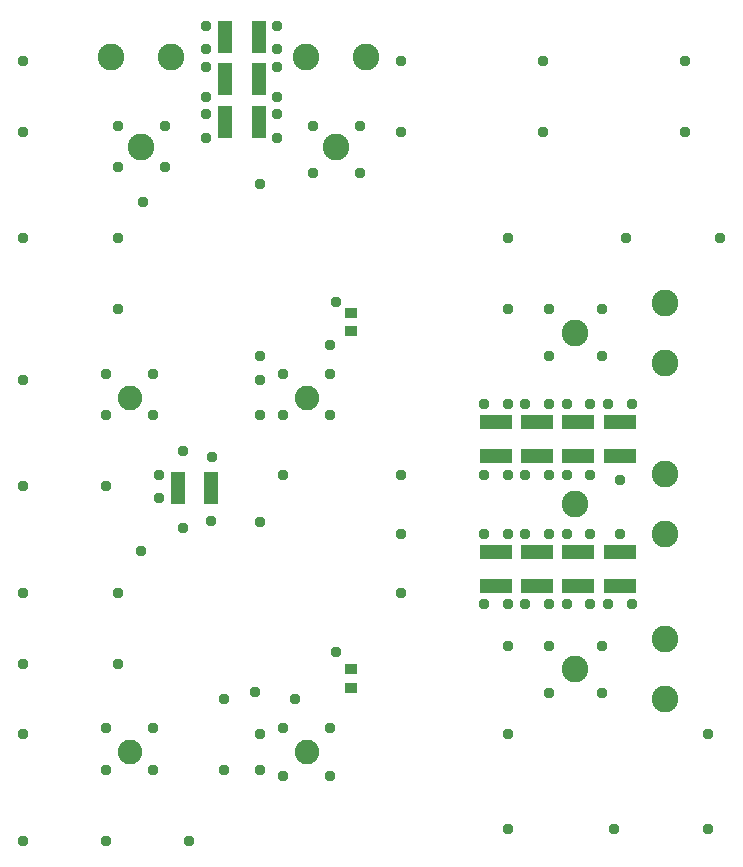
<source format=gbr>
G04 EAGLE Gerber RS-274X export*
G75*
%MOMM*%
%FSLAX34Y34*%
%LPD*%
%INSoldermask Bottom*%
%IPPOS*%
%AMOC8*
5,1,8,0,0,1.08239X$1,22.5*%
G01*
%ADD10R,1.264400X2.692400*%
%ADD11R,1.016000X0.959600*%
%ADD12C,2.260600*%
%ADD13C,2.082800*%
%ADD14R,2.692400X1.264400*%
%ADD15C,0.959600*%


D10*
X240804Y740700D03*
X269196Y740700D03*
X240804Y704500D03*
X269196Y704500D03*
X240804Y668300D03*
X269196Y668300D03*
D11*
X347400Y491381D03*
X347400Y506819D03*
D10*
X229196Y358800D03*
X200804Y358800D03*
D11*
X347400Y189531D03*
X347400Y204969D03*
D12*
X170000Y647000D03*
X144600Y723200D03*
X195400Y723200D03*
X335000Y647000D03*
X309600Y723200D03*
X360400Y723200D03*
X537000Y205000D03*
X613200Y230400D03*
X613200Y179600D03*
X537000Y490000D03*
X613200Y515400D03*
X613200Y464600D03*
X537000Y345000D03*
X613200Y370400D03*
X613200Y319600D03*
D13*
X160000Y435000D03*
X310000Y435000D03*
X160000Y135000D03*
X310000Y135000D03*
D14*
X470000Y275804D03*
X470000Y304196D03*
X505000Y275804D03*
X505000Y304196D03*
X540000Y275804D03*
X540000Y304196D03*
X575000Y275804D03*
X575000Y304196D03*
X470000Y414196D03*
X470000Y385804D03*
X505000Y414196D03*
X505000Y385804D03*
X540000Y414196D03*
X540000Y385804D03*
X575000Y414196D03*
X575000Y385804D03*
D15*
X70000Y660000D03*
X70000Y720000D03*
X190000Y665000D03*
X150000Y665000D03*
X190000Y630000D03*
X225000Y655000D03*
X225000Y675000D03*
X225000Y690000D03*
X225000Y715000D03*
X225000Y730000D03*
X225000Y750000D03*
X230000Y385000D03*
X229000Y331000D03*
X150000Y630000D03*
X285000Y750000D03*
X285000Y730000D03*
X285000Y715000D03*
X285000Y690000D03*
X285000Y675000D03*
X285000Y655000D03*
X270000Y616000D03*
X315000Y665000D03*
X315000Y625000D03*
X355000Y665000D03*
X355000Y625000D03*
X390000Y660000D03*
X390000Y720000D03*
X510000Y720000D03*
X510000Y660000D03*
X630000Y660000D03*
X630000Y720000D03*
X290000Y370000D03*
X270000Y330000D03*
X390000Y370000D03*
X390000Y320000D03*
X390000Y270000D03*
X210000Y60000D03*
X140000Y60000D03*
X70000Y60000D03*
X460000Y370000D03*
X480000Y370000D03*
X495000Y370000D03*
X515000Y370000D03*
X530000Y370000D03*
X550000Y370000D03*
X460000Y320000D03*
X480000Y320000D03*
X495000Y320000D03*
X515000Y320000D03*
X530000Y320000D03*
X550000Y320000D03*
X205000Y325000D03*
X185000Y350000D03*
X185000Y370000D03*
X205000Y390000D03*
X140000Y360000D03*
X70000Y360000D03*
X575000Y365000D03*
X575000Y320000D03*
X335000Y516300D03*
X270000Y470000D03*
X480000Y430000D03*
X460000Y430000D03*
X330000Y420000D03*
X290000Y420000D03*
X270000Y420000D03*
X270000Y450000D03*
X290000Y455000D03*
X330000Y480000D03*
X330000Y455000D03*
X480000Y570000D03*
X580000Y570000D03*
X660000Y570000D03*
X480000Y510000D03*
X515000Y510000D03*
X560000Y510000D03*
X515000Y470000D03*
X560000Y470000D03*
X495000Y430000D03*
X515000Y430000D03*
X530000Y430000D03*
X550000Y430000D03*
X565000Y430000D03*
X585000Y430000D03*
X171000Y601000D03*
X150000Y570000D03*
X70000Y570000D03*
X150000Y510000D03*
X70000Y450000D03*
X140000Y455000D03*
X140000Y420000D03*
X180000Y455000D03*
X180000Y420000D03*
X335000Y220000D03*
X266000Y186000D03*
X240000Y180000D03*
X240000Y120000D03*
X270000Y150000D03*
X270000Y120000D03*
X300000Y180000D03*
X290000Y155000D03*
X290000Y115000D03*
X330000Y115000D03*
X330000Y155000D03*
X460000Y260000D03*
X480000Y260000D03*
X495000Y260000D03*
X515000Y260000D03*
X530000Y260000D03*
X550000Y260000D03*
X565000Y260000D03*
X585000Y260000D03*
X480000Y225000D03*
X515000Y225000D03*
X560000Y225000D03*
X515000Y185000D03*
X560000Y185000D03*
X480000Y150000D03*
X650000Y150000D03*
X570000Y70000D03*
X480000Y70000D03*
X650000Y70000D03*
X170000Y305000D03*
X70000Y270000D03*
X150000Y270000D03*
X150000Y210000D03*
X70000Y210000D03*
X70000Y150000D03*
X140000Y155000D03*
X140000Y120000D03*
X180000Y155000D03*
X180000Y120000D03*
M02*

</source>
